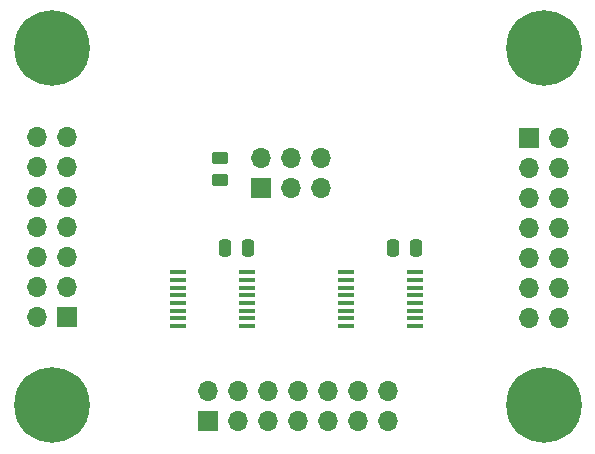
<source format=gts>
G04 #@! TF.GenerationSoftware,KiCad,Pcbnew,7.0.0-da2b9df05c~163~ubuntu22.04.1*
G04 #@! TF.CreationDate,2023-03-12T18:54:24+00:00*
G04 #@! TF.ProjectId,userioswitchhdr,75736572-696f-4737-9769-746368686472,rev?*
G04 #@! TF.SameCoordinates,Original*
G04 #@! TF.FileFunction,Soldermask,Top*
G04 #@! TF.FilePolarity,Negative*
%FSLAX46Y46*%
G04 Gerber Fmt 4.6, Leading zero omitted, Abs format (unit mm)*
G04 Created by KiCad (PCBNEW 7.0.0-da2b9df05c~163~ubuntu22.04.1) date 2023-03-12 18:54:24*
%MOMM*%
%LPD*%
G01*
G04 APERTURE LIST*
G04 Aperture macros list*
%AMRoundRect*
0 Rectangle with rounded corners*
0 $1 Rounding radius*
0 $2 $3 $4 $5 $6 $7 $8 $9 X,Y pos of 4 corners*
0 Add a 4 corners polygon primitive as box body*
4,1,4,$2,$3,$4,$5,$6,$7,$8,$9,$2,$3,0*
0 Add four circle primitives for the rounded corners*
1,1,$1+$1,$2,$3*
1,1,$1+$1,$4,$5*
1,1,$1+$1,$6,$7*
1,1,$1+$1,$8,$9*
0 Add four rect primitives between the rounded corners*
20,1,$1+$1,$2,$3,$4,$5,0*
20,1,$1+$1,$4,$5,$6,$7,0*
20,1,$1+$1,$6,$7,$8,$9,0*
20,1,$1+$1,$8,$9,$2,$3,0*%
G04 Aperture macros list end*
%ADD10R,1.700000X1.700000*%
%ADD11O,1.700000X1.700000*%
%ADD12RoundRect,0.250000X0.250000X0.475000X-0.250000X0.475000X-0.250000X-0.475000X0.250000X-0.475000X0*%
%ADD13C,3.600000*%
%ADD14C,6.400000*%
%ADD15R,1.475000X0.450000*%
%ADD16RoundRect,0.250000X0.450000X-0.262500X0.450000X0.262500X-0.450000X0.262500X-0.450000X-0.262500X0*%
G04 APERTURE END LIST*
D10*
G04 #@! TO.C,J1*
X194919999Y-106552999D03*
D11*
X194919999Y-104012999D03*
X197459999Y-106552999D03*
X197459999Y-104012999D03*
X199999999Y-106552999D03*
X199999999Y-104012999D03*
X202539999Y-106552999D03*
X202539999Y-104012999D03*
X205079999Y-106552999D03*
X205079999Y-104012999D03*
X207619999Y-106552999D03*
X207619999Y-104012999D03*
X210159999Y-106552999D03*
X210159999Y-104012999D03*
G04 #@! TD*
D10*
G04 #@! TO.C,J2*
X199389999Y-86867999D03*
D11*
X199389999Y-84327999D03*
X201929999Y-86867999D03*
X201929999Y-84327999D03*
X204469999Y-86867999D03*
X204469999Y-84327999D03*
G04 #@! TD*
D12*
G04 #@! TO.C,C2*
X212532000Y-91948000D03*
X210632000Y-91948000D03*
G04 #@! TD*
D13*
G04 #@! TO.C,H1*
X181730000Y-75000000D03*
D14*
X181730000Y-75000000D03*
G04 #@! TD*
D10*
G04 #@! TO.C,J3*
X182999999Y-97744999D03*
D11*
X180459999Y-97744999D03*
X182999999Y-95204999D03*
X180459999Y-95204999D03*
X182999999Y-92664999D03*
X180459999Y-92664999D03*
X182999999Y-90124999D03*
X180459999Y-90124999D03*
X182999999Y-87584999D03*
X180459999Y-87584999D03*
X182999999Y-85044999D03*
X180459999Y-85044999D03*
X182999999Y-82504999D03*
X180459999Y-82504999D03*
G04 #@! TD*
D15*
G04 #@! TO.C,IC2*
X206611999Y-93990999D03*
X206611999Y-94640999D03*
X206611999Y-95290999D03*
X206611999Y-95940999D03*
X206611999Y-96590999D03*
X206611999Y-97240999D03*
X206611999Y-97890999D03*
X206611999Y-98540999D03*
X212487999Y-98540999D03*
X212487999Y-97890999D03*
X212487999Y-97240999D03*
X212487999Y-96590999D03*
X212487999Y-95940999D03*
X212487999Y-95290999D03*
X212487999Y-94640999D03*
X212487999Y-93990999D03*
G04 #@! TD*
D13*
G04 #@! TO.C,H4*
X223350000Y-75000000D03*
D14*
X223350000Y-75000000D03*
G04 #@! TD*
D11*
G04 #@! TO.C,J4*
X224619999Y-97834999D03*
X222079999Y-97834999D03*
X224619999Y-95294999D03*
X222079999Y-95294999D03*
X224619999Y-92754999D03*
X222079999Y-92754999D03*
X224619999Y-90214999D03*
X222079999Y-90214999D03*
X224619999Y-87674999D03*
X222079999Y-87674999D03*
X224619999Y-85134999D03*
X222079999Y-85134999D03*
X224619999Y-82594999D03*
D10*
X222079999Y-82594999D03*
G04 #@! TD*
D13*
G04 #@! TO.C,H2*
X181730000Y-105250000D03*
D14*
X181730000Y-105250000D03*
G04 #@! TD*
D15*
G04 #@! TO.C,IC1*
X192387999Y-93990999D03*
X192387999Y-94640999D03*
X192387999Y-95290999D03*
X192387999Y-95940999D03*
X192387999Y-96590999D03*
X192387999Y-97240999D03*
X192387999Y-97890999D03*
X192387999Y-98540999D03*
X198263999Y-98540999D03*
X198263999Y-97890999D03*
X198263999Y-97240999D03*
X198263999Y-96590999D03*
X198263999Y-95940999D03*
X198263999Y-95290999D03*
X198263999Y-94640999D03*
X198263999Y-93990999D03*
G04 #@! TD*
D13*
G04 #@! TO.C,H3*
X223350000Y-105250000D03*
D14*
X223350000Y-105250000D03*
G04 #@! TD*
D12*
G04 #@! TO.C,C1*
X198308000Y-91948000D03*
X196408000Y-91948000D03*
G04 #@! TD*
D16*
G04 #@! TO.C,R1*
X195961000Y-86129500D03*
X195961000Y-84304500D03*
G04 #@! TD*
M02*

</source>
